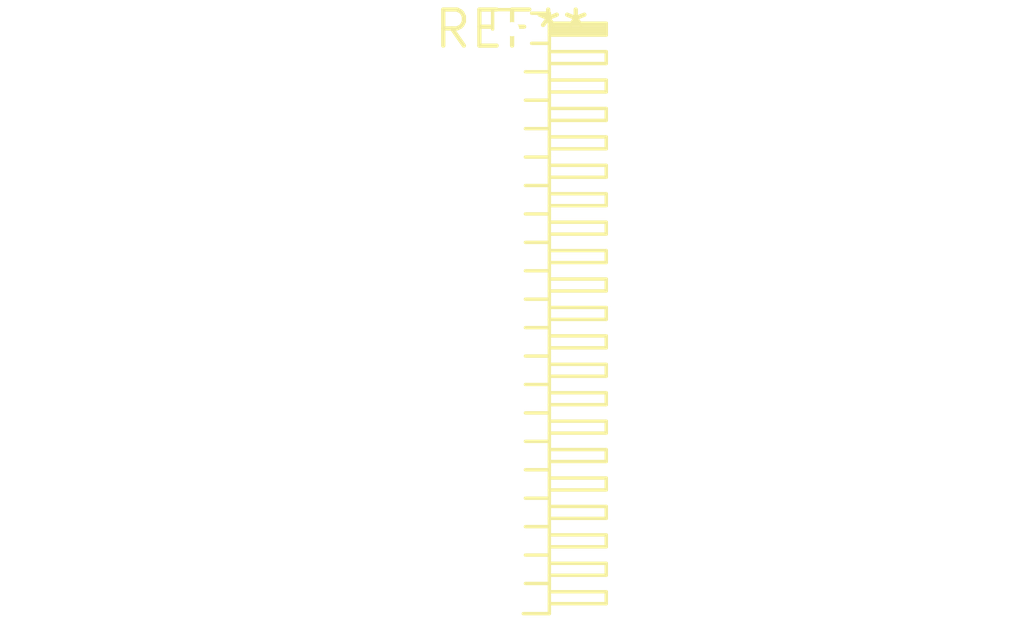
<source format=kicad_pcb>
(kicad_pcb (version 20240108) (generator pcbnew)
  (layers (0 "F.Cu" signal) (31 "B.Cu" signal) (34 "B.Paste" user) (35 "F.Paste" user) (36 "B.SilkS" user "B.Silkscreen") (37 "F.SilkS" user "F.Silkscreen") (38 "B.Mask" user) (39 "F.Mask" user) (44 "Edge.Cuts" user))
  (net 0 "")
  (footprint "PinHeader_1x21_P1.00mm_Horizontal" (layer "F.Cu") (at 0 0)
    (property "Reference" "REF**")
    (property "Value" "PinHeader_1x21_P1.00mm_Horizontal")
    (fp_line (start -0.685 -0.685) (end 0 -0.685) (layer "F.SilkS") (stroke (width 0.12)))
    (fp_line (start -0.685 0) (end -0.685 -0.685) (layer "F.SilkS") (stroke (width 0.12)))
    (fp_line (start 0.468215 1.5) (end 1.31 1.5) (layer "F.SilkS") (stroke (width 0.12)))
    (fp_line (start 0.468215 2.5) (end 1.31 2.5) (layer "F.SilkS") (stroke (width 0.12)))
    (fp_line (start 0.468215 3.5) (end 1.31 3.5) (layer "F.SilkS") (stroke (width 0.12)))
    (fp_line (start 0.468215 4.5) (end 1.31 4.5) (layer "F.SilkS") (stroke (width 0.12)))
    (fp_line (start 0.468215 5.5) (end 1.31 5.5) (layer "F.SilkS") (stroke (width 0.12)))
    (fp_line (start 0.468215 6.5) (end 1.31 6.5) (layer "F.SilkS") (stroke (width 0.12)))
    (fp_line (start 0.468215 7.5) (end 1.31 7.5) (layer "F.SilkS") (stroke (width 0.12)))
    (fp_line (start 0.468215 8.5) (end 1.31 8.5) (layer "F.SilkS") (stroke (width 0.12)))
    (fp_line (start 0.468215 9.5) (end 1.31 9.5) (layer "F.SilkS") (stroke (width 0.12)))
    (fp_line (start 0.468215 10.5) (end 1.31 10.5) (layer "F.SilkS") (stroke (width 0.12)))
    (fp_line (start 0.468215 11.5) (end 1.31 11.5) (layer "F.SilkS") (stroke (width 0.12)))
    (fp_line (start 0.468215 12.5) (end 1.31 12.5) (layer "F.SilkS") (stroke (width 0.12)))
    (fp_line (start 0.468215 13.5) (end 1.31 13.5) (layer "F.SilkS") (stroke (width 0.12)))
    (fp_line (start 0.468215 14.5) (end 1.31 14.5) (layer "F.SilkS") (stroke (width 0.12)))
    (fp_line (start 0.468215 15.5) (end 1.31 15.5) (layer "F.SilkS") (stroke (width 0.12)))
    (fp_line (start 0.468215 16.5) (end 1.31 16.5) (layer "F.SilkS") (stroke (width 0.12)))
    (fp_line (start 0.468215 17.5) (end 1.31 17.5) (layer "F.SilkS") (stroke (width 0.12)))
    (fp_line (start 0.468215 18.5) (end 1.31 18.5) (layer "F.SilkS") (stroke (width 0.12)))
    (fp_line (start 0.468215 19.5) (end 1.31 19.5) (layer "F.SilkS") (stroke (width 0.12)))
    (fp_line (start 0.685 -0.56) (end 1.31 -0.56) (layer "F.SilkS") (stroke (width 0.12)))
    (fp_line (start 0.685 0.5) (end 1.31 0.5) (layer "F.SilkS") (stroke (width 0.12)))
    (fp_line (start 1.31 -0.56) (end 1.31 20.56) (layer "F.SilkS") (stroke (width 0.12)))
    (fp_line (start 1.31 -0.21) (end 3.31 -0.21) (layer "F.SilkS") (stroke (width 0.12)))
    (fp_line (start 1.31 -0.15) (end 3.31 -0.15) (layer "F.SilkS") (stroke (width 0.12)))
    (fp_line (start 1.31 -0.03) (end 3.31 -0.03) (layer "F.SilkS") (stroke (width 0.12)))
    (fp_line (start 1.31 0.09) (end 3.31 0.09) (layer "F.SilkS") (stroke (width 0.12)))
    (fp_line (start 1.31 0.79) (end 3.31 0.79) (layer "F.SilkS") (stroke (width 0.12)))
    (fp_line (start 1.31 1.79) (end 3.31 1.79) (layer "F.SilkS") (stroke (width 0.12)))
    (fp_line (start 1.31 2.79) (end 3.31 2.79) (layer "F.SilkS") (stroke (width 0.12)))
    (fp_line (start 1.31 3.79) (end 3.31 3.79) (layer "F.SilkS") (stroke (width 0.12)))
    (fp_line (start 1.31 4.79) (end 3.31 4.79) (layer "F.SilkS") (stroke (width 0.12)))
    (fp_line (start 1.31 5.79) (end 3.31 5.79) (layer "F.SilkS") (stroke (width 0.12)))
    (fp_line (start 1.31 6.79) (end 3.31 6.79) (layer "F.SilkS") (stroke (width 0.12)))
    (fp_line (start 1.31 7.79) (end 3.31 7.79) (layer "F.SilkS") (stroke (width 0.12)))
    (fp_line (start 1.31 8.79) (end 3.31 8.79) (layer "F.SilkS") (stroke (width 0.12)))
    (fp_line (start 1.31 9.79) (end 3.31 9.79) (layer "F.SilkS") (stroke (width 0.12)))
    (fp_line (start 1.31 10.79) (end 3.31 10.79) (layer "F.SilkS") (stroke (width 0.12)))
    (fp_line (start 1.31 11.79) (end 3.31 11.79) (layer "F.SilkS") (stroke (width 0.12)))
    (fp_line (start 1.31 12.79) (end 3.31 12.79) (layer "F.SilkS") (stroke (width 0.12)))
    (fp_line (start 1.31 13.79) (end 3.31 13.79) (layer "F.SilkS") (stroke (width 0.12)))
    (fp_line (start 1.31 14.79) (end 3.31 14.79) (layer "F.SilkS") (stroke (width 0.12)))
    (fp_line (start 1.31 15.79) (end 3.31 15.79) (layer "F.SilkS") (stroke (width 0.12)))
    (fp_line (start 1.31 16.79) (end 3.31 16.79) (layer "F.SilkS") (stroke (width 0.12)))
    (fp_line (start 1.31 17.79) (end 3.31 17.79) (layer "F.SilkS") (stroke (width 0.12)))
    (fp_line (start 1.31 18.79) (end 3.31 18.79) (layer "F.SilkS") (stroke (width 0.12)))
    (fp_line (start 1.31 19.79) (end 3.31 19.79) (layer "F.SilkS") (stroke (width 0.12)))
    (fp_line (start 1.31 20.56) (end 0.394493 20.56) (layer "F.SilkS") (stroke (width 0.12)))
    (fp_line (start 3.31 -0.21) (end 3.31 0.21) (layer "F.SilkS") (stroke (width 0.12)))
    (fp_line (start 3.31 0.21) (end 1.31 0.21) (layer "F.SilkS") (stroke (width 0.12)))
    (fp_line (start 3.31 0.79) (end 3.31 1.21) (layer "F.SilkS") (stroke (width 0.12)))
    (fp_line (start 3.31 1.21) (end 1.31 1.21) (layer "F.SilkS") (stroke (width 0.12)))
    (fp_line (start 3.31 1.79) (end 3.31 2.21) (layer "F.SilkS") (stroke (width 0.12)))
    (fp_line (start 3.31 2.21) (end 1.31 2.21) (layer "F.SilkS") (stroke (width 0.12)))
    (fp_line (start 3.31 2.79) (end 3.31 3.21) (layer "F.SilkS") (stroke (width 0.12)))
    (fp_line (start 3.31 3.21) (end 1.31 3.21) (layer "F.SilkS") (stroke (width 0.12)))
    (fp_line (start 3.31 3.79) (end 3.31 4.21) (layer "F.SilkS") (stroke (width 0.12)))
    (fp_line (start 3.31 4.21) (end 1.31 4.21) (layer "F.SilkS") (stroke (width 0.12)))
    (fp_line (start 3.31 4.79) (end 3.31 5.21) (layer "F.SilkS") (stroke (width 0.12)))
    (fp_line (start 3.31 5.21) (end 1.31 5.21) (layer "F.SilkS") (stroke (width 0.12)))
    (fp_line (start 3.31 5.79) (end 3.31 6.21) (layer "F.SilkS") (stroke (width 0.12)))
    (fp_line (start 3.31 6.21) (end 1.31 6.21) (layer "F.SilkS") (stroke (width 0.12)))
    (fp_line (start 3.31 6.79) (end 3.31 7.21) (layer "F.SilkS") (stroke (width 0.12)))
    (fp_line (start 3.31 7.21) (end 1.31 7.21) (layer "F.SilkS") (stroke (width 0.12)))
    (fp_line (start 3.31 7.79) (end 3.31 8.21) (layer "F.SilkS") (stroke (width 0.12)))
    (fp_line (start 3.31 8.21) (end 1.31 8.21) (layer "F.SilkS") (stroke (width 0.12)))
    (fp_line (start 3.31 8.79) (end 3.31 9.21) (layer "F.SilkS") (stroke (width 0.12)))
    (fp_line (start 3.31 9.21) (end 1.31 9.21) (layer "F.SilkS") (stroke (width 0.12)))
    (fp_line (start 3.31 9.79) (end 3.31 10.21) (layer "F.SilkS") (stroke (width 0.12)))
    (fp_line (start 3.31 10.21) (end 1.31 10.21) (layer "F.SilkS") (stroke (width 0.12)))
    (fp_line (start 3.31 10.79) (end 3.31 11.21) (layer "F.SilkS") (stroke (width 0.12)))
    (fp_line (start 3.31 11.21) (end 1.31 11.21) (layer "F.SilkS") (stroke (width 0.12)))
    (fp_line (start 3.31 11.79) (end 3.31 12.21) (layer "F.SilkS") (stroke (width 0.12)))
    (fp_line (start 3.31 12.21) (end 1.31 12.21) (layer "F.SilkS") (stroke (width 0.12)))
    (fp_line (start 3.31 12.79) (end 3.31 13.21) (layer "F.SilkS") (stroke (width 0.12)))
    (fp_line (start 3.31 13.21) (end 1.31 13.21) (layer "F.SilkS") (stroke (width 0.12)))
    (fp_line (start 3.31 13.79) (end 3.31 14.21) (layer "F.SilkS") (stroke (width 0.12)))
    (fp_line (start 3.31 14.21) (end 1.31 14.21) (layer "F.SilkS") (stroke (width 0.12)))
    (fp_line (start 3.31 14.79) (end 3.31 15.21) (layer "F.SilkS") (stroke (width 0.12)))
    (fp_line (start 3.31 15.21) (end 1.31 15.21) (layer "F.SilkS") (stroke (width 0.12)))
    (fp_line (start 3.31 15.79) (end 3.31 16.21) (layer "F.SilkS") (stroke (width 0.12)))
    (fp_line (start 3.31 16.21) (end 1.31 16.21) (layer "F.SilkS") (stroke (width 0.12)))
    (fp_line (start 3.31 16.79) (end 3.31 17.21) (layer "F.SilkS") (stroke (width 0.12)))
    (fp_line (start 3.31 17.21) (end 1.31 17.21) (layer "F.SilkS") (stroke (width 0.12)))
    (fp_line (start 3.31 17.79) (end 3.31 18.21) (layer "F.SilkS") (stroke (width 0.12)))
    (fp_line (start 3.31 18.21) (end 1.31 18.21) (layer "F.SilkS") (stroke (width 0.12)))
    (fp_line (start 3.31 18.79) (end 3.31 19.21) (layer "F.SilkS") (stroke (width 0.12)))
    (fp_line (start 3.31 19.21) (end 1.31 19.21) (layer "F.SilkS") (stroke (width 0.12)))
    (fp_line (start 3.31 19.79) (end 3.31 20.21) (layer "F.SilkS") (stroke (width 0.12)))
    (fp_line (start 3.31 20.21) (end 1.31 20.21) (layer "F.SilkS") (stroke (width 0.12)))
    (pad "1" thru_hole rect (at 0 0) (size 0.85 0.85) (drill 0.5) (layers *.Cu *.Mask) (remove_unused_layers))
    (pad "2" thru_hole oval (at 0 1) (size 0.85 0.85) (drill 0.5) (layers *.Cu *.Mask) (remove_unused_layers))
    (pad "3" thru_hole oval (at 0 2) (size 0.85 0.85) (drill 0.5) (layers *.Cu *.Mask) (remove_unused_layers))
    (pad "4" thru_hole oval (at 0 3) (size 0.85 0.85) (drill 0.5) (layers *.Cu *.Mask) (remove_unused_layers))
    (pad "5" thru_hole oval (at 0 4) (size 0.85 0.85) (drill 0.5) (layers *.Cu *.Mask) (remove_unused_layers))
    (pad "6" thru_hole oval (at 0 5) (size 0.85 0.85) (drill 0.5) (layers *.Cu *.Mask) (remove_unused_layers))
    (pad "7" thru_hole oval (at 0 6) (size 0.85 0.85) (drill 0.5) (layers *.Cu *.Mask) (remove_unused_layers))
    (pad "8" thru_hole oval (at 0 7) (size 0.85 0.85) (drill 0.5) (layers *.Cu *.Mask) (remove_unused_layers))
    (pad "9" thru_hole oval (at 0 8) (size 0.85 0.85) (drill 0.5) (layers *.Cu *.Mask) (remove_unused_layers))
    (pad "10" thru_hole oval (at 0 9) (size 0.85 0.85) (drill 0.5) (layers *.Cu *.Mask) (remove_unused_layers))
    (pad "11" thru_hole oval (at 0 10) (size 0.85 0.85) (drill 0.5) (layers *.Cu *.Mask) (remove_unused_layers))
    (pad "12" thru_hole oval (at 0 11) (size 0.85 0.85) (drill 0.5) (layers *.Cu *.Mask) (remove_unused_layers))
    (pad "13" thru_hole oval (at 0 12) (size 0.85 0.85) (drill 0.5) (layers *.Cu *.Mask) (remove_unused_layers))
    (pad "14" thru_hole oval (at 0 13) (size 0.85 0.85) (drill 0.5) (layers *.Cu *.Mask) (remove_unused_layers))
    (pad "15" thru_hole oval (at 0 14) (size 0.85 0.85) (drill 0.5) (layers *.Cu *.Mask) (remove_unused_layers))
    (pad "16" thru_hole oval (at 0 15) (size 0.85 0.85) (drill 0.5) (layers *.Cu *.Mask) (remove_unused_layers))
    (pad "17" thru_hole oval (at 0 16) (size 0.85 0.85) (drill 0.5) (layers *.Cu *.Mask) (remove_unused_layers))
    (pad "18" thru_hole oval (at 0 17) (size 0.85 0.85) (drill 0.5) (layers *.Cu *.Mask) (remove_unused_layers))
    (pad "19" thru_hole oval (at 0 18) (size 0.85 0.85) (drill 0.5) (layers *.Cu *.Mask) (remove_unused_layers))
    (pad "20" thru_hole oval (at 0 19) (size 0.85 0.85) (drill 0.5) (layers *.Cu *.Mask) (remove_unused_layers))
    (pad "21" thru_hole oval (at 0 20) (size 0.85 0.85) (drill 0.5) (layers *.Cu *.Mask) (remove_unused_layers))
  )
)
</source>
